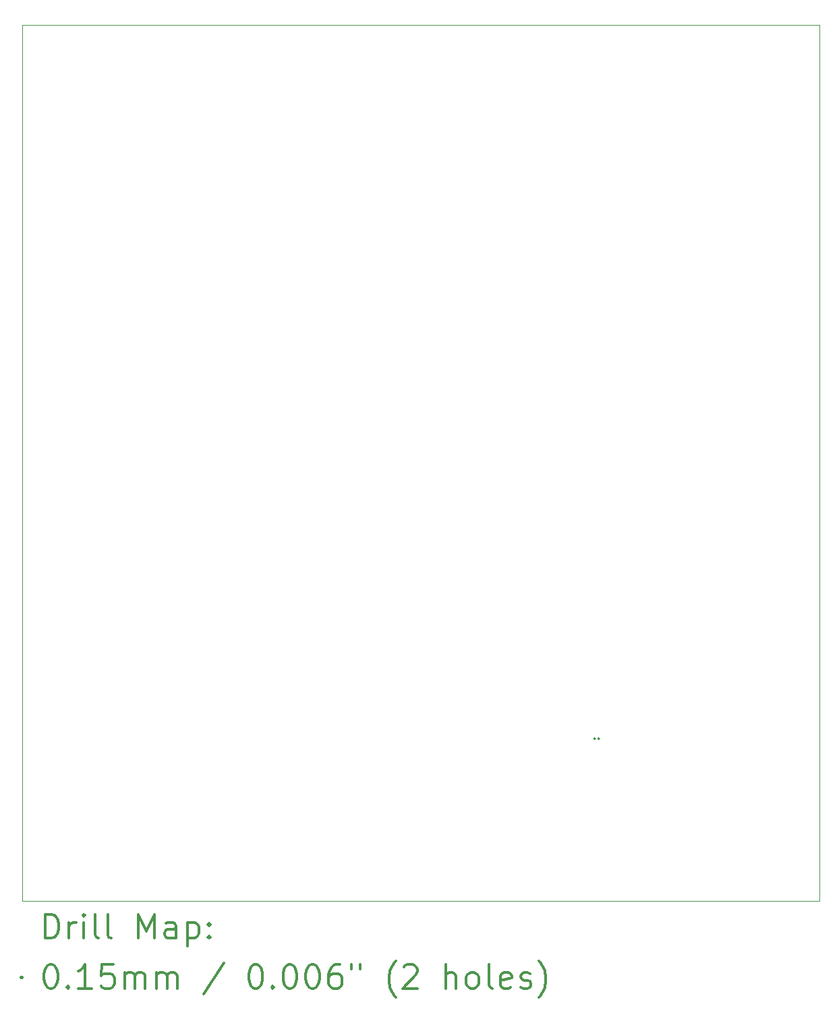
<source format=gbr>
%FSLAX45Y45*%
G04 Gerber Fmt 4.5, Leading zero omitted, Abs format (unit mm)*
G04 Created by KiCad (PCBNEW (5.1.9)-1) date 2021-07-25 18:06:38*
%MOMM*%
%LPD*%
G01*
G04 APERTURE LIST*
%TA.AperFunction,Profile*%
%ADD10C,0.050000*%
%TD*%
%ADD11C,0.200000*%
%ADD12C,0.300000*%
G04 APERTURE END LIST*
D10*
X15500000Y-1500000D02*
X15500000Y-12500000D01*
X25500000Y-1500000D02*
X25500000Y-12500000D01*
X15500000Y-12500000D02*
X25500000Y-12500000D01*
X15500000Y-1500000D02*
X25500000Y-1500000D01*
D11*
X22675000Y-10455000D02*
X22690000Y-10470000D01*
X22690000Y-10455000D02*
X22675000Y-10470000D01*
X22728000Y-10453000D02*
X22743000Y-10468000D01*
X22743000Y-10453000D02*
X22728000Y-10468000D01*
D12*
X15783928Y-12968214D02*
X15783928Y-12668214D01*
X15855357Y-12668214D01*
X15898214Y-12682500D01*
X15926786Y-12711071D01*
X15941071Y-12739643D01*
X15955357Y-12796786D01*
X15955357Y-12839643D01*
X15941071Y-12896786D01*
X15926786Y-12925357D01*
X15898214Y-12953929D01*
X15855357Y-12968214D01*
X15783928Y-12968214D01*
X16083928Y-12968214D02*
X16083928Y-12768214D01*
X16083928Y-12825357D02*
X16098214Y-12796786D01*
X16112500Y-12782500D01*
X16141071Y-12768214D01*
X16169643Y-12768214D01*
X16269643Y-12968214D02*
X16269643Y-12768214D01*
X16269643Y-12668214D02*
X16255357Y-12682500D01*
X16269643Y-12696786D01*
X16283928Y-12682500D01*
X16269643Y-12668214D01*
X16269643Y-12696786D01*
X16455357Y-12968214D02*
X16426786Y-12953929D01*
X16412500Y-12925357D01*
X16412500Y-12668214D01*
X16612500Y-12968214D02*
X16583928Y-12953929D01*
X16569643Y-12925357D01*
X16569643Y-12668214D01*
X16955357Y-12968214D02*
X16955357Y-12668214D01*
X17055357Y-12882500D01*
X17155357Y-12668214D01*
X17155357Y-12968214D01*
X17426786Y-12968214D02*
X17426786Y-12811071D01*
X17412500Y-12782500D01*
X17383928Y-12768214D01*
X17326786Y-12768214D01*
X17298214Y-12782500D01*
X17426786Y-12953929D02*
X17398214Y-12968214D01*
X17326786Y-12968214D01*
X17298214Y-12953929D01*
X17283928Y-12925357D01*
X17283928Y-12896786D01*
X17298214Y-12868214D01*
X17326786Y-12853929D01*
X17398214Y-12853929D01*
X17426786Y-12839643D01*
X17569643Y-12768214D02*
X17569643Y-13068214D01*
X17569643Y-12782500D02*
X17598214Y-12768214D01*
X17655357Y-12768214D01*
X17683928Y-12782500D01*
X17698214Y-12796786D01*
X17712500Y-12825357D01*
X17712500Y-12911071D01*
X17698214Y-12939643D01*
X17683928Y-12953929D01*
X17655357Y-12968214D01*
X17598214Y-12968214D01*
X17569643Y-12953929D01*
X17841071Y-12939643D02*
X17855357Y-12953929D01*
X17841071Y-12968214D01*
X17826786Y-12953929D01*
X17841071Y-12939643D01*
X17841071Y-12968214D01*
X17841071Y-12782500D02*
X17855357Y-12796786D01*
X17841071Y-12811071D01*
X17826786Y-12796786D01*
X17841071Y-12782500D01*
X17841071Y-12811071D01*
X15482500Y-13455000D02*
X15497500Y-13470000D01*
X15497500Y-13455000D02*
X15482500Y-13470000D01*
X15841071Y-13298214D02*
X15869643Y-13298214D01*
X15898214Y-13312500D01*
X15912500Y-13326786D01*
X15926786Y-13355357D01*
X15941071Y-13412500D01*
X15941071Y-13483929D01*
X15926786Y-13541071D01*
X15912500Y-13569643D01*
X15898214Y-13583929D01*
X15869643Y-13598214D01*
X15841071Y-13598214D01*
X15812500Y-13583929D01*
X15798214Y-13569643D01*
X15783928Y-13541071D01*
X15769643Y-13483929D01*
X15769643Y-13412500D01*
X15783928Y-13355357D01*
X15798214Y-13326786D01*
X15812500Y-13312500D01*
X15841071Y-13298214D01*
X16069643Y-13569643D02*
X16083928Y-13583929D01*
X16069643Y-13598214D01*
X16055357Y-13583929D01*
X16069643Y-13569643D01*
X16069643Y-13598214D01*
X16369643Y-13598214D02*
X16198214Y-13598214D01*
X16283928Y-13598214D02*
X16283928Y-13298214D01*
X16255357Y-13341071D01*
X16226786Y-13369643D01*
X16198214Y-13383929D01*
X16641071Y-13298214D02*
X16498214Y-13298214D01*
X16483928Y-13441071D01*
X16498214Y-13426786D01*
X16526786Y-13412500D01*
X16598214Y-13412500D01*
X16626786Y-13426786D01*
X16641071Y-13441071D01*
X16655357Y-13469643D01*
X16655357Y-13541071D01*
X16641071Y-13569643D01*
X16626786Y-13583929D01*
X16598214Y-13598214D01*
X16526786Y-13598214D01*
X16498214Y-13583929D01*
X16483928Y-13569643D01*
X16783928Y-13598214D02*
X16783928Y-13398214D01*
X16783928Y-13426786D02*
X16798214Y-13412500D01*
X16826786Y-13398214D01*
X16869643Y-13398214D01*
X16898214Y-13412500D01*
X16912500Y-13441071D01*
X16912500Y-13598214D01*
X16912500Y-13441071D02*
X16926786Y-13412500D01*
X16955357Y-13398214D01*
X16998214Y-13398214D01*
X17026786Y-13412500D01*
X17041071Y-13441071D01*
X17041071Y-13598214D01*
X17183928Y-13598214D02*
X17183928Y-13398214D01*
X17183928Y-13426786D02*
X17198214Y-13412500D01*
X17226786Y-13398214D01*
X17269643Y-13398214D01*
X17298214Y-13412500D01*
X17312500Y-13441071D01*
X17312500Y-13598214D01*
X17312500Y-13441071D02*
X17326786Y-13412500D01*
X17355357Y-13398214D01*
X17398214Y-13398214D01*
X17426786Y-13412500D01*
X17441071Y-13441071D01*
X17441071Y-13598214D01*
X18026786Y-13283929D02*
X17769643Y-13669643D01*
X18412500Y-13298214D02*
X18441071Y-13298214D01*
X18469643Y-13312500D01*
X18483928Y-13326786D01*
X18498214Y-13355357D01*
X18512500Y-13412500D01*
X18512500Y-13483929D01*
X18498214Y-13541071D01*
X18483928Y-13569643D01*
X18469643Y-13583929D01*
X18441071Y-13598214D01*
X18412500Y-13598214D01*
X18383928Y-13583929D01*
X18369643Y-13569643D01*
X18355357Y-13541071D01*
X18341071Y-13483929D01*
X18341071Y-13412500D01*
X18355357Y-13355357D01*
X18369643Y-13326786D01*
X18383928Y-13312500D01*
X18412500Y-13298214D01*
X18641071Y-13569643D02*
X18655357Y-13583929D01*
X18641071Y-13598214D01*
X18626786Y-13583929D01*
X18641071Y-13569643D01*
X18641071Y-13598214D01*
X18841071Y-13298214D02*
X18869643Y-13298214D01*
X18898214Y-13312500D01*
X18912500Y-13326786D01*
X18926786Y-13355357D01*
X18941071Y-13412500D01*
X18941071Y-13483929D01*
X18926786Y-13541071D01*
X18912500Y-13569643D01*
X18898214Y-13583929D01*
X18869643Y-13598214D01*
X18841071Y-13598214D01*
X18812500Y-13583929D01*
X18798214Y-13569643D01*
X18783928Y-13541071D01*
X18769643Y-13483929D01*
X18769643Y-13412500D01*
X18783928Y-13355357D01*
X18798214Y-13326786D01*
X18812500Y-13312500D01*
X18841071Y-13298214D01*
X19126786Y-13298214D02*
X19155357Y-13298214D01*
X19183928Y-13312500D01*
X19198214Y-13326786D01*
X19212500Y-13355357D01*
X19226786Y-13412500D01*
X19226786Y-13483929D01*
X19212500Y-13541071D01*
X19198214Y-13569643D01*
X19183928Y-13583929D01*
X19155357Y-13598214D01*
X19126786Y-13598214D01*
X19098214Y-13583929D01*
X19083928Y-13569643D01*
X19069643Y-13541071D01*
X19055357Y-13483929D01*
X19055357Y-13412500D01*
X19069643Y-13355357D01*
X19083928Y-13326786D01*
X19098214Y-13312500D01*
X19126786Y-13298214D01*
X19483928Y-13298214D02*
X19426786Y-13298214D01*
X19398214Y-13312500D01*
X19383928Y-13326786D01*
X19355357Y-13369643D01*
X19341071Y-13426786D01*
X19341071Y-13541071D01*
X19355357Y-13569643D01*
X19369643Y-13583929D01*
X19398214Y-13598214D01*
X19455357Y-13598214D01*
X19483928Y-13583929D01*
X19498214Y-13569643D01*
X19512500Y-13541071D01*
X19512500Y-13469643D01*
X19498214Y-13441071D01*
X19483928Y-13426786D01*
X19455357Y-13412500D01*
X19398214Y-13412500D01*
X19369643Y-13426786D01*
X19355357Y-13441071D01*
X19341071Y-13469643D01*
X19626786Y-13298214D02*
X19626786Y-13355357D01*
X19741071Y-13298214D02*
X19741071Y-13355357D01*
X20183928Y-13712500D02*
X20169643Y-13698214D01*
X20141071Y-13655357D01*
X20126786Y-13626786D01*
X20112500Y-13583929D01*
X20098214Y-13512500D01*
X20098214Y-13455357D01*
X20112500Y-13383929D01*
X20126786Y-13341071D01*
X20141071Y-13312500D01*
X20169643Y-13269643D01*
X20183928Y-13255357D01*
X20283928Y-13326786D02*
X20298214Y-13312500D01*
X20326786Y-13298214D01*
X20398214Y-13298214D01*
X20426786Y-13312500D01*
X20441071Y-13326786D01*
X20455357Y-13355357D01*
X20455357Y-13383929D01*
X20441071Y-13426786D01*
X20269643Y-13598214D01*
X20455357Y-13598214D01*
X20812500Y-13598214D02*
X20812500Y-13298214D01*
X20941071Y-13598214D02*
X20941071Y-13441071D01*
X20926786Y-13412500D01*
X20898214Y-13398214D01*
X20855357Y-13398214D01*
X20826786Y-13412500D01*
X20812500Y-13426786D01*
X21126786Y-13598214D02*
X21098214Y-13583929D01*
X21083928Y-13569643D01*
X21069643Y-13541071D01*
X21069643Y-13455357D01*
X21083928Y-13426786D01*
X21098214Y-13412500D01*
X21126786Y-13398214D01*
X21169643Y-13398214D01*
X21198214Y-13412500D01*
X21212500Y-13426786D01*
X21226786Y-13455357D01*
X21226786Y-13541071D01*
X21212500Y-13569643D01*
X21198214Y-13583929D01*
X21169643Y-13598214D01*
X21126786Y-13598214D01*
X21398214Y-13598214D02*
X21369643Y-13583929D01*
X21355357Y-13555357D01*
X21355357Y-13298214D01*
X21626786Y-13583929D02*
X21598214Y-13598214D01*
X21541071Y-13598214D01*
X21512500Y-13583929D01*
X21498214Y-13555357D01*
X21498214Y-13441071D01*
X21512500Y-13412500D01*
X21541071Y-13398214D01*
X21598214Y-13398214D01*
X21626786Y-13412500D01*
X21641071Y-13441071D01*
X21641071Y-13469643D01*
X21498214Y-13498214D01*
X21755357Y-13583929D02*
X21783928Y-13598214D01*
X21841071Y-13598214D01*
X21869643Y-13583929D01*
X21883928Y-13555357D01*
X21883928Y-13541071D01*
X21869643Y-13512500D01*
X21841071Y-13498214D01*
X21798214Y-13498214D01*
X21769643Y-13483929D01*
X21755357Y-13455357D01*
X21755357Y-13441071D01*
X21769643Y-13412500D01*
X21798214Y-13398214D01*
X21841071Y-13398214D01*
X21869643Y-13412500D01*
X21983928Y-13712500D02*
X21998214Y-13698214D01*
X22026786Y-13655357D01*
X22041071Y-13626786D01*
X22055357Y-13583929D01*
X22069643Y-13512500D01*
X22069643Y-13455357D01*
X22055357Y-13383929D01*
X22041071Y-13341071D01*
X22026786Y-13312500D01*
X21998214Y-13269643D01*
X21983928Y-13255357D01*
M02*

</source>
